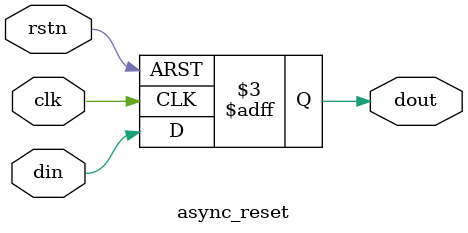
<source format=v>
module async_reset
(
    input rstn,
    input clk,
    input din,
    output reg dout
);

    always @ (posedge clk or negedge rstn) begin
        if (~rstn) begin
            dout <= 1'b0;
        end
        else begin
            dout <= din;
        end
    end

endmodule

</source>
